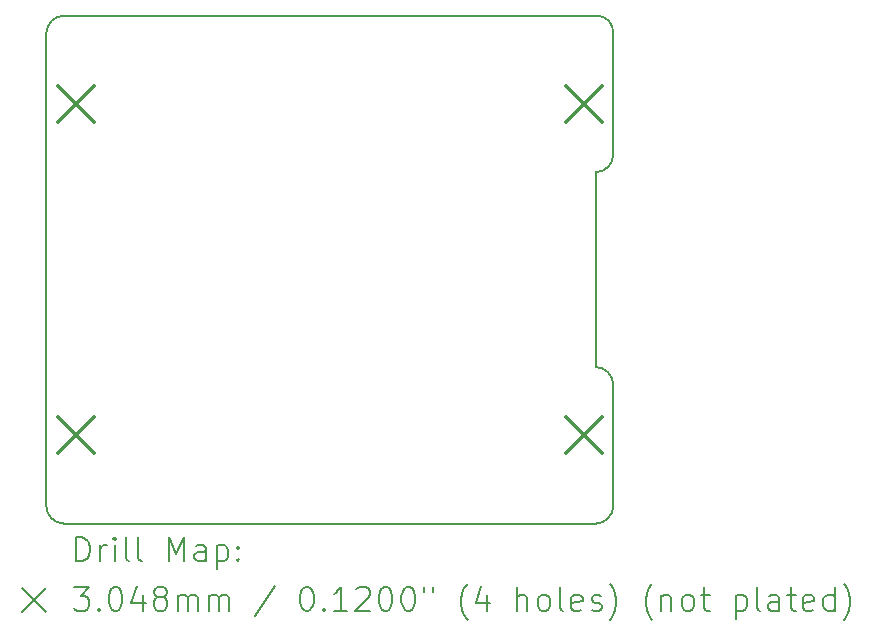
<source format=gbr>
%TF.GenerationSoftware,KiCad,Pcbnew,7.0.7*%
%TF.CreationDate,2023-11-30T16:21:38-08:00*%
%TF.ProjectId,TemperatureHumidityEPD,54656d70-6572-4617-9475-726548756d69,rev?*%
%TF.SameCoordinates,PX75040e0PY7b67cc0*%
%TF.FileFunction,Drillmap*%
%TF.FilePolarity,Positive*%
%FSLAX45Y45*%
G04 Gerber Fmt 4.5, Leading zero omitted, Abs format (unit mm)*
G04 Created by KiCad (PCBNEW 7.0.7) date 2023-11-30 16:21:38*
%MOMM*%
%LPD*%
G01*
G04 APERTURE LIST*
%ADD10C,0.127000*%
%ADD11C,0.200000*%
%ADD12C,0.304800*%
G04 APERTURE END LIST*
D10*
X0Y4150000D02*
X0Y150000D01*
X150000Y0D02*
X4650000Y0D01*
X4650000Y0D02*
G75*
G03*
X4800000Y150000I0J150000D01*
G01*
X4800000Y1175000D02*
X4800000Y150000D01*
X4650000Y1325000D02*
X4650000Y2975000D01*
X150000Y4300000D02*
G75*
G03*
X0Y4150000I0J-150000D01*
G01*
X0Y150000D02*
G75*
G03*
X150000Y0I150000J0D01*
G01*
X4650000Y2975000D02*
G75*
G03*
X4800000Y3125000I0J150000D01*
G01*
X4800000Y4150000D02*
G75*
G03*
X4650000Y4300000I-141010J8990D01*
G01*
X4800000Y1175000D02*
G75*
G03*
X4650000Y1325000I-150000J0D01*
G01*
X150000Y4300000D02*
X4650000Y4300000D01*
X4800000Y4150000D02*
X4800000Y3125000D01*
D11*
D12*
X97600Y3702400D02*
X402400Y3397600D01*
X402400Y3702400D02*
X97600Y3397600D01*
X97600Y902400D02*
X402400Y597600D01*
X402400Y902400D02*
X97600Y597600D01*
X4397600Y3702400D02*
X4702400Y3397600D01*
X4702400Y3702400D02*
X4397600Y3397600D01*
X4397600Y902400D02*
X4702400Y597600D01*
X4702400Y902400D02*
X4397600Y597600D01*
D11*
X254427Y-317834D02*
X254427Y-117834D01*
X254427Y-117834D02*
X302046Y-117834D01*
X302046Y-117834D02*
X330617Y-127358D01*
X330617Y-127358D02*
X349665Y-146405D01*
X349665Y-146405D02*
X359189Y-165453D01*
X359189Y-165453D02*
X368712Y-203548D01*
X368712Y-203548D02*
X368712Y-232119D01*
X368712Y-232119D02*
X359189Y-270215D01*
X359189Y-270215D02*
X349665Y-289262D01*
X349665Y-289262D02*
X330617Y-308310D01*
X330617Y-308310D02*
X302046Y-317834D01*
X302046Y-317834D02*
X254427Y-317834D01*
X454427Y-317834D02*
X454427Y-184500D01*
X454427Y-222596D02*
X463951Y-203548D01*
X463951Y-203548D02*
X473474Y-194024D01*
X473474Y-194024D02*
X492522Y-184500D01*
X492522Y-184500D02*
X511570Y-184500D01*
X578236Y-317834D02*
X578236Y-184500D01*
X578236Y-117834D02*
X568713Y-127358D01*
X568713Y-127358D02*
X578236Y-136881D01*
X578236Y-136881D02*
X587760Y-127358D01*
X587760Y-127358D02*
X578236Y-117834D01*
X578236Y-117834D02*
X578236Y-136881D01*
X702046Y-317834D02*
X682998Y-308310D01*
X682998Y-308310D02*
X673474Y-289262D01*
X673474Y-289262D02*
X673474Y-117834D01*
X806808Y-317834D02*
X787760Y-308310D01*
X787760Y-308310D02*
X778236Y-289262D01*
X778236Y-289262D02*
X778236Y-117834D01*
X1035379Y-317834D02*
X1035379Y-117834D01*
X1035379Y-117834D02*
X1102046Y-260691D01*
X1102046Y-260691D02*
X1168713Y-117834D01*
X1168713Y-117834D02*
X1168713Y-317834D01*
X1349665Y-317834D02*
X1349665Y-213072D01*
X1349665Y-213072D02*
X1340141Y-194024D01*
X1340141Y-194024D02*
X1321094Y-184500D01*
X1321094Y-184500D02*
X1282998Y-184500D01*
X1282998Y-184500D02*
X1263951Y-194024D01*
X1349665Y-308310D02*
X1330617Y-317834D01*
X1330617Y-317834D02*
X1282998Y-317834D01*
X1282998Y-317834D02*
X1263951Y-308310D01*
X1263951Y-308310D02*
X1254427Y-289262D01*
X1254427Y-289262D02*
X1254427Y-270215D01*
X1254427Y-270215D02*
X1263951Y-251167D01*
X1263951Y-251167D02*
X1282998Y-241643D01*
X1282998Y-241643D02*
X1330617Y-241643D01*
X1330617Y-241643D02*
X1349665Y-232119D01*
X1444903Y-184500D02*
X1444903Y-384500D01*
X1444903Y-194024D02*
X1463951Y-184500D01*
X1463951Y-184500D02*
X1502046Y-184500D01*
X1502046Y-184500D02*
X1521093Y-194024D01*
X1521093Y-194024D02*
X1530617Y-203548D01*
X1530617Y-203548D02*
X1540141Y-222596D01*
X1540141Y-222596D02*
X1540141Y-279739D01*
X1540141Y-279739D02*
X1530617Y-298786D01*
X1530617Y-298786D02*
X1521093Y-308310D01*
X1521093Y-308310D02*
X1502046Y-317834D01*
X1502046Y-317834D02*
X1463951Y-317834D01*
X1463951Y-317834D02*
X1444903Y-308310D01*
X1625855Y-298786D02*
X1635379Y-308310D01*
X1635379Y-308310D02*
X1625855Y-317834D01*
X1625855Y-317834D02*
X1616332Y-308310D01*
X1616332Y-308310D02*
X1625855Y-298786D01*
X1625855Y-298786D02*
X1625855Y-317834D01*
X1625855Y-194024D02*
X1635379Y-203548D01*
X1635379Y-203548D02*
X1625855Y-213072D01*
X1625855Y-213072D02*
X1616332Y-203548D01*
X1616332Y-203548D02*
X1625855Y-194024D01*
X1625855Y-194024D02*
X1625855Y-213072D01*
X-206350Y-546350D02*
X-6350Y-746350D01*
X-6350Y-546350D02*
X-206350Y-746350D01*
X235379Y-537834D02*
X359189Y-537834D01*
X359189Y-537834D02*
X292522Y-614024D01*
X292522Y-614024D02*
X321094Y-614024D01*
X321094Y-614024D02*
X340141Y-623548D01*
X340141Y-623548D02*
X349665Y-633072D01*
X349665Y-633072D02*
X359189Y-652120D01*
X359189Y-652120D02*
X359189Y-699738D01*
X359189Y-699738D02*
X349665Y-718786D01*
X349665Y-718786D02*
X340141Y-728310D01*
X340141Y-728310D02*
X321094Y-737834D01*
X321094Y-737834D02*
X263951Y-737834D01*
X263951Y-737834D02*
X244903Y-728310D01*
X244903Y-728310D02*
X235379Y-718786D01*
X444903Y-718786D02*
X454427Y-728310D01*
X454427Y-728310D02*
X444903Y-737834D01*
X444903Y-737834D02*
X435379Y-728310D01*
X435379Y-728310D02*
X444903Y-718786D01*
X444903Y-718786D02*
X444903Y-737834D01*
X578236Y-537834D02*
X597284Y-537834D01*
X597284Y-537834D02*
X616332Y-547358D01*
X616332Y-547358D02*
X625855Y-556881D01*
X625855Y-556881D02*
X635379Y-575929D01*
X635379Y-575929D02*
X644903Y-614024D01*
X644903Y-614024D02*
X644903Y-661643D01*
X644903Y-661643D02*
X635379Y-699738D01*
X635379Y-699738D02*
X625855Y-718786D01*
X625855Y-718786D02*
X616332Y-728310D01*
X616332Y-728310D02*
X597284Y-737834D01*
X597284Y-737834D02*
X578236Y-737834D01*
X578236Y-737834D02*
X559189Y-728310D01*
X559189Y-728310D02*
X549665Y-718786D01*
X549665Y-718786D02*
X540141Y-699738D01*
X540141Y-699738D02*
X530617Y-661643D01*
X530617Y-661643D02*
X530617Y-614024D01*
X530617Y-614024D02*
X540141Y-575929D01*
X540141Y-575929D02*
X549665Y-556881D01*
X549665Y-556881D02*
X559189Y-547358D01*
X559189Y-547358D02*
X578236Y-537834D01*
X816332Y-604500D02*
X816332Y-737834D01*
X768712Y-528310D02*
X721093Y-671167D01*
X721093Y-671167D02*
X844903Y-671167D01*
X949665Y-623548D02*
X930617Y-614024D01*
X930617Y-614024D02*
X921093Y-604500D01*
X921093Y-604500D02*
X911570Y-585453D01*
X911570Y-585453D02*
X911570Y-575929D01*
X911570Y-575929D02*
X921093Y-556881D01*
X921093Y-556881D02*
X930617Y-547358D01*
X930617Y-547358D02*
X949665Y-537834D01*
X949665Y-537834D02*
X987760Y-537834D01*
X987760Y-537834D02*
X1006808Y-547358D01*
X1006808Y-547358D02*
X1016332Y-556881D01*
X1016332Y-556881D02*
X1025855Y-575929D01*
X1025855Y-575929D02*
X1025855Y-585453D01*
X1025855Y-585453D02*
X1016332Y-604500D01*
X1016332Y-604500D02*
X1006808Y-614024D01*
X1006808Y-614024D02*
X987760Y-623548D01*
X987760Y-623548D02*
X949665Y-623548D01*
X949665Y-623548D02*
X930617Y-633072D01*
X930617Y-633072D02*
X921093Y-642596D01*
X921093Y-642596D02*
X911570Y-661643D01*
X911570Y-661643D02*
X911570Y-699738D01*
X911570Y-699738D02*
X921093Y-718786D01*
X921093Y-718786D02*
X930617Y-728310D01*
X930617Y-728310D02*
X949665Y-737834D01*
X949665Y-737834D02*
X987760Y-737834D01*
X987760Y-737834D02*
X1006808Y-728310D01*
X1006808Y-728310D02*
X1016332Y-718786D01*
X1016332Y-718786D02*
X1025855Y-699738D01*
X1025855Y-699738D02*
X1025855Y-661643D01*
X1025855Y-661643D02*
X1016332Y-642596D01*
X1016332Y-642596D02*
X1006808Y-633072D01*
X1006808Y-633072D02*
X987760Y-623548D01*
X1111570Y-737834D02*
X1111570Y-604500D01*
X1111570Y-623548D02*
X1121094Y-614024D01*
X1121094Y-614024D02*
X1140141Y-604500D01*
X1140141Y-604500D02*
X1168713Y-604500D01*
X1168713Y-604500D02*
X1187760Y-614024D01*
X1187760Y-614024D02*
X1197284Y-633072D01*
X1197284Y-633072D02*
X1197284Y-737834D01*
X1197284Y-633072D02*
X1206808Y-614024D01*
X1206808Y-614024D02*
X1225855Y-604500D01*
X1225855Y-604500D02*
X1254427Y-604500D01*
X1254427Y-604500D02*
X1273475Y-614024D01*
X1273475Y-614024D02*
X1282998Y-633072D01*
X1282998Y-633072D02*
X1282998Y-737834D01*
X1378236Y-737834D02*
X1378236Y-604500D01*
X1378236Y-623548D02*
X1387760Y-614024D01*
X1387760Y-614024D02*
X1406808Y-604500D01*
X1406808Y-604500D02*
X1435379Y-604500D01*
X1435379Y-604500D02*
X1454427Y-614024D01*
X1454427Y-614024D02*
X1463951Y-633072D01*
X1463951Y-633072D02*
X1463951Y-737834D01*
X1463951Y-633072D02*
X1473474Y-614024D01*
X1473474Y-614024D02*
X1492522Y-604500D01*
X1492522Y-604500D02*
X1521093Y-604500D01*
X1521093Y-604500D02*
X1540141Y-614024D01*
X1540141Y-614024D02*
X1549665Y-633072D01*
X1549665Y-633072D02*
X1549665Y-737834D01*
X1940141Y-528310D02*
X1768713Y-785453D01*
X2197284Y-537834D02*
X2216332Y-537834D01*
X2216332Y-537834D02*
X2235379Y-547358D01*
X2235379Y-547358D02*
X2244903Y-556881D01*
X2244903Y-556881D02*
X2254427Y-575929D01*
X2254427Y-575929D02*
X2263951Y-614024D01*
X2263951Y-614024D02*
X2263951Y-661643D01*
X2263951Y-661643D02*
X2254427Y-699738D01*
X2254427Y-699738D02*
X2244903Y-718786D01*
X2244903Y-718786D02*
X2235379Y-728310D01*
X2235379Y-728310D02*
X2216332Y-737834D01*
X2216332Y-737834D02*
X2197284Y-737834D01*
X2197284Y-737834D02*
X2178237Y-728310D01*
X2178237Y-728310D02*
X2168713Y-718786D01*
X2168713Y-718786D02*
X2159189Y-699738D01*
X2159189Y-699738D02*
X2149665Y-661643D01*
X2149665Y-661643D02*
X2149665Y-614024D01*
X2149665Y-614024D02*
X2159189Y-575929D01*
X2159189Y-575929D02*
X2168713Y-556881D01*
X2168713Y-556881D02*
X2178237Y-547358D01*
X2178237Y-547358D02*
X2197284Y-537834D01*
X2349665Y-718786D02*
X2359189Y-728310D01*
X2359189Y-728310D02*
X2349665Y-737834D01*
X2349665Y-737834D02*
X2340141Y-728310D01*
X2340141Y-728310D02*
X2349665Y-718786D01*
X2349665Y-718786D02*
X2349665Y-737834D01*
X2549665Y-737834D02*
X2435379Y-737834D01*
X2492522Y-737834D02*
X2492522Y-537834D01*
X2492522Y-537834D02*
X2473475Y-566405D01*
X2473475Y-566405D02*
X2454427Y-585453D01*
X2454427Y-585453D02*
X2435379Y-594977D01*
X2625856Y-556881D02*
X2635379Y-547358D01*
X2635379Y-547358D02*
X2654427Y-537834D01*
X2654427Y-537834D02*
X2702046Y-537834D01*
X2702046Y-537834D02*
X2721094Y-547358D01*
X2721094Y-547358D02*
X2730618Y-556881D01*
X2730618Y-556881D02*
X2740141Y-575929D01*
X2740141Y-575929D02*
X2740141Y-594977D01*
X2740141Y-594977D02*
X2730618Y-623548D01*
X2730618Y-623548D02*
X2616332Y-737834D01*
X2616332Y-737834D02*
X2740141Y-737834D01*
X2863951Y-537834D02*
X2882998Y-537834D01*
X2882998Y-537834D02*
X2902046Y-547358D01*
X2902046Y-547358D02*
X2911570Y-556881D01*
X2911570Y-556881D02*
X2921094Y-575929D01*
X2921094Y-575929D02*
X2930617Y-614024D01*
X2930617Y-614024D02*
X2930617Y-661643D01*
X2930617Y-661643D02*
X2921094Y-699738D01*
X2921094Y-699738D02*
X2911570Y-718786D01*
X2911570Y-718786D02*
X2902046Y-728310D01*
X2902046Y-728310D02*
X2882998Y-737834D01*
X2882998Y-737834D02*
X2863951Y-737834D01*
X2863951Y-737834D02*
X2844903Y-728310D01*
X2844903Y-728310D02*
X2835379Y-718786D01*
X2835379Y-718786D02*
X2825856Y-699738D01*
X2825856Y-699738D02*
X2816332Y-661643D01*
X2816332Y-661643D02*
X2816332Y-614024D01*
X2816332Y-614024D02*
X2825856Y-575929D01*
X2825856Y-575929D02*
X2835379Y-556881D01*
X2835379Y-556881D02*
X2844903Y-547358D01*
X2844903Y-547358D02*
X2863951Y-537834D01*
X3054427Y-537834D02*
X3073475Y-537834D01*
X3073475Y-537834D02*
X3092522Y-547358D01*
X3092522Y-547358D02*
X3102046Y-556881D01*
X3102046Y-556881D02*
X3111570Y-575929D01*
X3111570Y-575929D02*
X3121094Y-614024D01*
X3121094Y-614024D02*
X3121094Y-661643D01*
X3121094Y-661643D02*
X3111570Y-699738D01*
X3111570Y-699738D02*
X3102046Y-718786D01*
X3102046Y-718786D02*
X3092522Y-728310D01*
X3092522Y-728310D02*
X3073475Y-737834D01*
X3073475Y-737834D02*
X3054427Y-737834D01*
X3054427Y-737834D02*
X3035379Y-728310D01*
X3035379Y-728310D02*
X3025856Y-718786D01*
X3025856Y-718786D02*
X3016332Y-699738D01*
X3016332Y-699738D02*
X3006808Y-661643D01*
X3006808Y-661643D02*
X3006808Y-614024D01*
X3006808Y-614024D02*
X3016332Y-575929D01*
X3016332Y-575929D02*
X3025856Y-556881D01*
X3025856Y-556881D02*
X3035379Y-547358D01*
X3035379Y-547358D02*
X3054427Y-537834D01*
X3197284Y-537834D02*
X3197284Y-575929D01*
X3273475Y-537834D02*
X3273475Y-575929D01*
X3568713Y-814024D02*
X3559189Y-804500D01*
X3559189Y-804500D02*
X3540141Y-775929D01*
X3540141Y-775929D02*
X3530618Y-756881D01*
X3530618Y-756881D02*
X3521094Y-728310D01*
X3521094Y-728310D02*
X3511570Y-680691D01*
X3511570Y-680691D02*
X3511570Y-642596D01*
X3511570Y-642596D02*
X3521094Y-594977D01*
X3521094Y-594977D02*
X3530618Y-566405D01*
X3530618Y-566405D02*
X3540141Y-547358D01*
X3540141Y-547358D02*
X3559189Y-518786D01*
X3559189Y-518786D02*
X3568713Y-509262D01*
X3730618Y-604500D02*
X3730618Y-737834D01*
X3682998Y-528310D02*
X3635379Y-671167D01*
X3635379Y-671167D02*
X3759189Y-671167D01*
X3987760Y-737834D02*
X3987760Y-537834D01*
X4073475Y-737834D02*
X4073475Y-633072D01*
X4073475Y-633072D02*
X4063951Y-614024D01*
X4063951Y-614024D02*
X4044903Y-604500D01*
X4044903Y-604500D02*
X4016332Y-604500D01*
X4016332Y-604500D02*
X3997284Y-614024D01*
X3997284Y-614024D02*
X3987760Y-623548D01*
X4197284Y-737834D02*
X4178237Y-728310D01*
X4178237Y-728310D02*
X4168713Y-718786D01*
X4168713Y-718786D02*
X4159189Y-699738D01*
X4159189Y-699738D02*
X4159189Y-642596D01*
X4159189Y-642596D02*
X4168713Y-623548D01*
X4168713Y-623548D02*
X4178237Y-614024D01*
X4178237Y-614024D02*
X4197284Y-604500D01*
X4197284Y-604500D02*
X4225856Y-604500D01*
X4225856Y-604500D02*
X4244903Y-614024D01*
X4244903Y-614024D02*
X4254427Y-623548D01*
X4254427Y-623548D02*
X4263951Y-642596D01*
X4263951Y-642596D02*
X4263951Y-699738D01*
X4263951Y-699738D02*
X4254427Y-718786D01*
X4254427Y-718786D02*
X4244903Y-728310D01*
X4244903Y-728310D02*
X4225856Y-737834D01*
X4225856Y-737834D02*
X4197284Y-737834D01*
X4378237Y-737834D02*
X4359189Y-728310D01*
X4359189Y-728310D02*
X4349665Y-709262D01*
X4349665Y-709262D02*
X4349665Y-537834D01*
X4530618Y-728310D02*
X4511570Y-737834D01*
X4511570Y-737834D02*
X4473475Y-737834D01*
X4473475Y-737834D02*
X4454427Y-728310D01*
X4454427Y-728310D02*
X4444903Y-709262D01*
X4444903Y-709262D02*
X4444903Y-633072D01*
X4444903Y-633072D02*
X4454427Y-614024D01*
X4454427Y-614024D02*
X4473475Y-604500D01*
X4473475Y-604500D02*
X4511570Y-604500D01*
X4511570Y-604500D02*
X4530618Y-614024D01*
X4530618Y-614024D02*
X4540142Y-633072D01*
X4540142Y-633072D02*
X4540142Y-652120D01*
X4540142Y-652120D02*
X4444903Y-671167D01*
X4616332Y-728310D02*
X4635380Y-737834D01*
X4635380Y-737834D02*
X4673475Y-737834D01*
X4673475Y-737834D02*
X4692523Y-728310D01*
X4692523Y-728310D02*
X4702046Y-709262D01*
X4702046Y-709262D02*
X4702046Y-699738D01*
X4702046Y-699738D02*
X4692523Y-680691D01*
X4692523Y-680691D02*
X4673475Y-671167D01*
X4673475Y-671167D02*
X4644903Y-671167D01*
X4644903Y-671167D02*
X4625856Y-661643D01*
X4625856Y-661643D02*
X4616332Y-642596D01*
X4616332Y-642596D02*
X4616332Y-633072D01*
X4616332Y-633072D02*
X4625856Y-614024D01*
X4625856Y-614024D02*
X4644903Y-604500D01*
X4644903Y-604500D02*
X4673475Y-604500D01*
X4673475Y-604500D02*
X4692523Y-614024D01*
X4768713Y-814024D02*
X4778237Y-804500D01*
X4778237Y-804500D02*
X4797284Y-775929D01*
X4797284Y-775929D02*
X4806808Y-756881D01*
X4806808Y-756881D02*
X4816332Y-728310D01*
X4816332Y-728310D02*
X4825856Y-680691D01*
X4825856Y-680691D02*
X4825856Y-642596D01*
X4825856Y-642596D02*
X4816332Y-594977D01*
X4816332Y-594977D02*
X4806808Y-566405D01*
X4806808Y-566405D02*
X4797284Y-547358D01*
X4797284Y-547358D02*
X4778237Y-518786D01*
X4778237Y-518786D02*
X4768713Y-509262D01*
X5130618Y-814024D02*
X5121094Y-804500D01*
X5121094Y-804500D02*
X5102046Y-775929D01*
X5102046Y-775929D02*
X5092523Y-756881D01*
X5092523Y-756881D02*
X5082999Y-728310D01*
X5082999Y-728310D02*
X5073475Y-680691D01*
X5073475Y-680691D02*
X5073475Y-642596D01*
X5073475Y-642596D02*
X5082999Y-594977D01*
X5082999Y-594977D02*
X5092523Y-566405D01*
X5092523Y-566405D02*
X5102046Y-547358D01*
X5102046Y-547358D02*
X5121094Y-518786D01*
X5121094Y-518786D02*
X5130618Y-509262D01*
X5206808Y-604500D02*
X5206808Y-737834D01*
X5206808Y-623548D02*
X5216332Y-614024D01*
X5216332Y-614024D02*
X5235380Y-604500D01*
X5235380Y-604500D02*
X5263951Y-604500D01*
X5263951Y-604500D02*
X5282999Y-614024D01*
X5282999Y-614024D02*
X5292523Y-633072D01*
X5292523Y-633072D02*
X5292523Y-737834D01*
X5416332Y-737834D02*
X5397284Y-728310D01*
X5397284Y-728310D02*
X5387761Y-718786D01*
X5387761Y-718786D02*
X5378237Y-699738D01*
X5378237Y-699738D02*
X5378237Y-642596D01*
X5378237Y-642596D02*
X5387761Y-623548D01*
X5387761Y-623548D02*
X5397284Y-614024D01*
X5397284Y-614024D02*
X5416332Y-604500D01*
X5416332Y-604500D02*
X5444904Y-604500D01*
X5444904Y-604500D02*
X5463951Y-614024D01*
X5463951Y-614024D02*
X5473475Y-623548D01*
X5473475Y-623548D02*
X5482999Y-642596D01*
X5482999Y-642596D02*
X5482999Y-699738D01*
X5482999Y-699738D02*
X5473475Y-718786D01*
X5473475Y-718786D02*
X5463951Y-728310D01*
X5463951Y-728310D02*
X5444904Y-737834D01*
X5444904Y-737834D02*
X5416332Y-737834D01*
X5540142Y-604500D02*
X5616332Y-604500D01*
X5568713Y-537834D02*
X5568713Y-709262D01*
X5568713Y-709262D02*
X5578237Y-728310D01*
X5578237Y-728310D02*
X5597284Y-737834D01*
X5597284Y-737834D02*
X5616332Y-737834D01*
X5835380Y-604500D02*
X5835380Y-804500D01*
X5835380Y-614024D02*
X5854427Y-604500D01*
X5854427Y-604500D02*
X5892523Y-604500D01*
X5892523Y-604500D02*
X5911570Y-614024D01*
X5911570Y-614024D02*
X5921094Y-623548D01*
X5921094Y-623548D02*
X5930618Y-642596D01*
X5930618Y-642596D02*
X5930618Y-699738D01*
X5930618Y-699738D02*
X5921094Y-718786D01*
X5921094Y-718786D02*
X5911570Y-728310D01*
X5911570Y-728310D02*
X5892523Y-737834D01*
X5892523Y-737834D02*
X5854427Y-737834D01*
X5854427Y-737834D02*
X5835380Y-728310D01*
X6044903Y-737834D02*
X6025856Y-728310D01*
X6025856Y-728310D02*
X6016332Y-709262D01*
X6016332Y-709262D02*
X6016332Y-537834D01*
X6206808Y-737834D02*
X6206808Y-633072D01*
X6206808Y-633072D02*
X6197284Y-614024D01*
X6197284Y-614024D02*
X6178237Y-604500D01*
X6178237Y-604500D02*
X6140142Y-604500D01*
X6140142Y-604500D02*
X6121094Y-614024D01*
X6206808Y-728310D02*
X6187761Y-737834D01*
X6187761Y-737834D02*
X6140142Y-737834D01*
X6140142Y-737834D02*
X6121094Y-728310D01*
X6121094Y-728310D02*
X6111570Y-709262D01*
X6111570Y-709262D02*
X6111570Y-690215D01*
X6111570Y-690215D02*
X6121094Y-671167D01*
X6121094Y-671167D02*
X6140142Y-661643D01*
X6140142Y-661643D02*
X6187761Y-661643D01*
X6187761Y-661643D02*
X6206808Y-652120D01*
X6273475Y-604500D02*
X6349665Y-604500D01*
X6302046Y-537834D02*
X6302046Y-709262D01*
X6302046Y-709262D02*
X6311570Y-728310D01*
X6311570Y-728310D02*
X6330618Y-737834D01*
X6330618Y-737834D02*
X6349665Y-737834D01*
X6492523Y-728310D02*
X6473475Y-737834D01*
X6473475Y-737834D02*
X6435380Y-737834D01*
X6435380Y-737834D02*
X6416332Y-728310D01*
X6416332Y-728310D02*
X6406808Y-709262D01*
X6406808Y-709262D02*
X6406808Y-633072D01*
X6406808Y-633072D02*
X6416332Y-614024D01*
X6416332Y-614024D02*
X6435380Y-604500D01*
X6435380Y-604500D02*
X6473475Y-604500D01*
X6473475Y-604500D02*
X6492523Y-614024D01*
X6492523Y-614024D02*
X6502046Y-633072D01*
X6502046Y-633072D02*
X6502046Y-652120D01*
X6502046Y-652120D02*
X6406808Y-671167D01*
X6673475Y-737834D02*
X6673475Y-537834D01*
X6673475Y-728310D02*
X6654427Y-737834D01*
X6654427Y-737834D02*
X6616332Y-737834D01*
X6616332Y-737834D02*
X6597284Y-728310D01*
X6597284Y-728310D02*
X6587761Y-718786D01*
X6587761Y-718786D02*
X6578237Y-699738D01*
X6578237Y-699738D02*
X6578237Y-642596D01*
X6578237Y-642596D02*
X6587761Y-623548D01*
X6587761Y-623548D02*
X6597284Y-614024D01*
X6597284Y-614024D02*
X6616332Y-604500D01*
X6616332Y-604500D02*
X6654427Y-604500D01*
X6654427Y-604500D02*
X6673475Y-614024D01*
X6749665Y-814024D02*
X6759189Y-804500D01*
X6759189Y-804500D02*
X6778237Y-775929D01*
X6778237Y-775929D02*
X6787761Y-756881D01*
X6787761Y-756881D02*
X6797284Y-728310D01*
X6797284Y-728310D02*
X6806808Y-680691D01*
X6806808Y-680691D02*
X6806808Y-642596D01*
X6806808Y-642596D02*
X6797284Y-594977D01*
X6797284Y-594977D02*
X6787761Y-566405D01*
X6787761Y-566405D02*
X6778237Y-547358D01*
X6778237Y-547358D02*
X6759189Y-518786D01*
X6759189Y-518786D02*
X6749665Y-509262D01*
M02*

</source>
